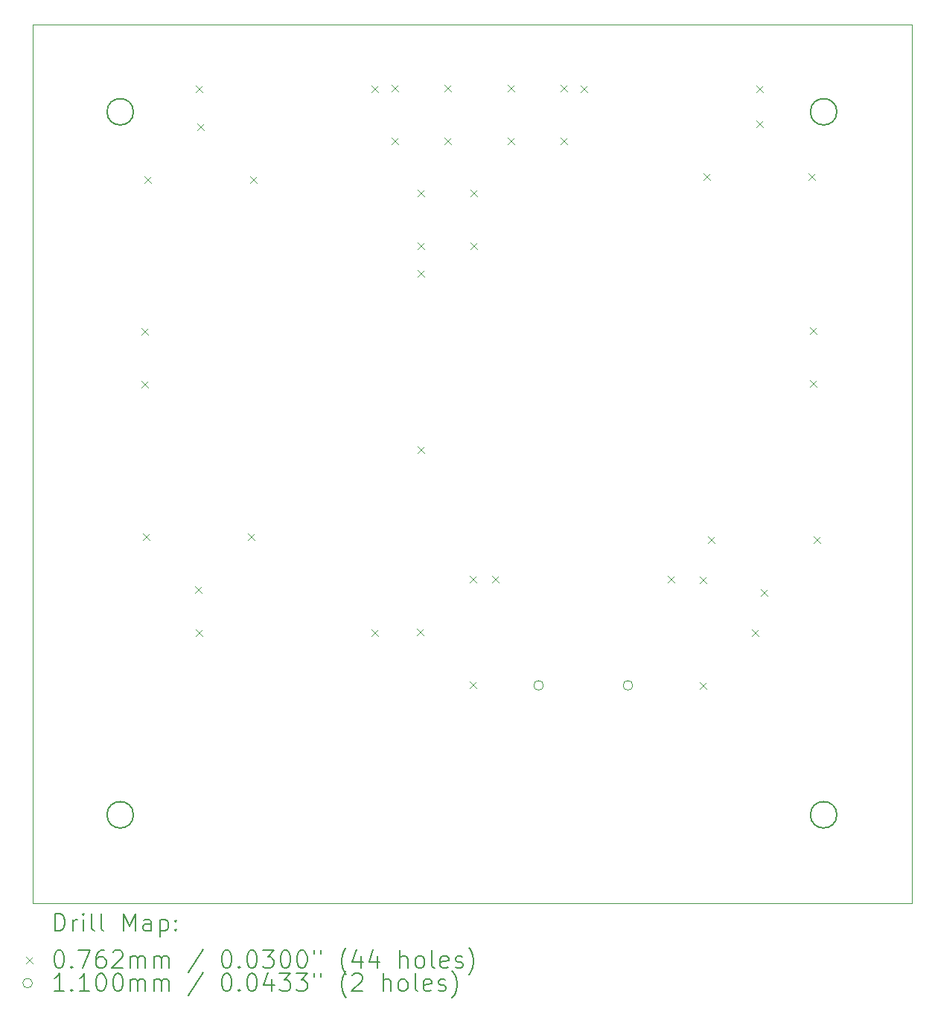
<source format=gbr>
%TF.GenerationSoftware,KiCad,Pcbnew,(6.0.7)*%
%TF.CreationDate,2022-09-05T15:03:53+08:00*%
%TF.ProjectId,6_1k,365f316b-2e6b-4696-9361-645f70636258,rev?*%
%TF.SameCoordinates,Original*%
%TF.FileFunction,Drillmap*%
%TF.FilePolarity,Positive*%
%FSLAX45Y45*%
G04 Gerber Fmt 4.5, Leading zero omitted, Abs format (unit mm)*
G04 Created by KiCad (PCBNEW (6.0.7)) date 2022-09-05 15:03:53*
%MOMM*%
%LPD*%
G01*
G04 APERTURE LIST*
%ADD10C,0.200000*%
%ADD11C,0.100000*%
%ADD12C,0.076200*%
%ADD13C,0.110000*%
G04 APERTURE END LIST*
D10*
X10350000Y-10200000D02*
G75*
G03*
X10350000Y-10200000I-150000J0D01*
G01*
X2350000Y-10200000D02*
G75*
G03*
X2350000Y-10200000I-150000J0D01*
G01*
X10350000Y-2200000D02*
G75*
G03*
X10350000Y-2200000I-150000J0D01*
G01*
X2350000Y-2200000D02*
G75*
G03*
X2350000Y-2200000I-150000J0D01*
G01*
D11*
X1206500Y-1206500D02*
X11206500Y-1206500D01*
X11206500Y-1206500D02*
X11206500Y-11206500D01*
X11206500Y-11206500D02*
X1206500Y-11206500D01*
X1206500Y-11206500D02*
X1206500Y-1206500D01*
D10*
D12*
X2442740Y-4661180D02*
X2518940Y-4737380D01*
X2518940Y-4661180D02*
X2442740Y-4737380D01*
X2442740Y-5261180D02*
X2518940Y-5337380D01*
X2518940Y-5261180D02*
X2442740Y-5337380D01*
X2454880Y-6998260D02*
X2531080Y-7074460D01*
X2531080Y-6998260D02*
X2454880Y-7074460D01*
X2473400Y-2934260D02*
X2549600Y-3010460D01*
X2549600Y-2934260D02*
X2473400Y-3010460D01*
X3054880Y-7598260D02*
X3131080Y-7674460D01*
X3131080Y-7598260D02*
X3054880Y-7674460D01*
X3055640Y-1899920D02*
X3131840Y-1976120D01*
X3131840Y-1899920D02*
X3055640Y-1976120D01*
X3055640Y-8089900D02*
X3131840Y-8166100D01*
X3131840Y-8089900D02*
X3055640Y-8166100D01*
X3073400Y-2334260D02*
X3149600Y-2410460D01*
X3149600Y-2334260D02*
X3073400Y-2410460D01*
X3654880Y-6998260D02*
X3731080Y-7074460D01*
X3731080Y-6998260D02*
X3654880Y-7074460D01*
X3673400Y-2934260D02*
X3749600Y-3010460D01*
X3749600Y-2934260D02*
X3673400Y-3010460D01*
X5055640Y-1899920D02*
X5131840Y-1976120D01*
X5131840Y-1899920D02*
X5055640Y-1976120D01*
X5055640Y-8089900D02*
X5131840Y-8166100D01*
X5131840Y-8089900D02*
X5055640Y-8166100D01*
X5289520Y-1894840D02*
X5365720Y-1971040D01*
X5365720Y-1894840D02*
X5289520Y-1971040D01*
X5289520Y-2494840D02*
X5365720Y-2571040D01*
X5365720Y-2494840D02*
X5289520Y-2571040D01*
X5574560Y-8084820D02*
X5650760Y-8161020D01*
X5650760Y-8084820D02*
X5574560Y-8161020D01*
X5584720Y-3088640D02*
X5660920Y-3164840D01*
X5660920Y-3088640D02*
X5584720Y-3164840D01*
X5584720Y-3688640D02*
X5660920Y-3764840D01*
X5660920Y-3688640D02*
X5584720Y-3764840D01*
X5584720Y-4003800D02*
X5660920Y-4080000D01*
X5660920Y-4003800D02*
X5584720Y-4080000D01*
X5584720Y-6003800D02*
X5660920Y-6080000D01*
X5660920Y-6003800D02*
X5584720Y-6080000D01*
X5889520Y-1894840D02*
X5965720Y-1971040D01*
X5965720Y-1894840D02*
X5889520Y-1971040D01*
X5889520Y-2494840D02*
X5965720Y-2571040D01*
X5965720Y-2494840D02*
X5889520Y-2571040D01*
X6174560Y-7484820D02*
X6250760Y-7561020D01*
X6250760Y-7484820D02*
X6174560Y-7561020D01*
X6174560Y-8684820D02*
X6250760Y-8761020D01*
X6250760Y-8684820D02*
X6174560Y-8761020D01*
X6184720Y-3088640D02*
X6260920Y-3164840D01*
X6260920Y-3088640D02*
X6184720Y-3164840D01*
X6184720Y-3688640D02*
X6260920Y-3764840D01*
X6260920Y-3688640D02*
X6184720Y-3764840D01*
X6428480Y-7480300D02*
X6504680Y-7556500D01*
X6504680Y-7480300D02*
X6428480Y-7556500D01*
X6605520Y-1897100D02*
X6681720Y-1973300D01*
X6681720Y-1897100D02*
X6605520Y-1973300D01*
X6605520Y-2497100D02*
X6681720Y-2573300D01*
X6681720Y-2497100D02*
X6605520Y-2573300D01*
X7205520Y-1897100D02*
X7281720Y-1973300D01*
X7281720Y-1897100D02*
X7205520Y-1973300D01*
X7205520Y-2497100D02*
X7281720Y-2573300D01*
X7281720Y-2497100D02*
X7205520Y-2573300D01*
X7437140Y-1897380D02*
X7513340Y-1973580D01*
X7513340Y-1897380D02*
X7437140Y-1973580D01*
X8428480Y-7480300D02*
X8504680Y-7556500D01*
X8504680Y-7480300D02*
X8428480Y-7556500D01*
X8787380Y-7492720D02*
X8863580Y-7568920D01*
X8863580Y-7492720D02*
X8787380Y-7568920D01*
X8787380Y-8692720D02*
X8863580Y-8768920D01*
X8863580Y-8692720D02*
X8787380Y-8768920D01*
X8830840Y-2903220D02*
X8907040Y-2979420D01*
X8907040Y-2903220D02*
X8830840Y-2979420D01*
X8884180Y-7035240D02*
X8960380Y-7111440D01*
X8960380Y-7035240D02*
X8884180Y-7111440D01*
X9387380Y-8092720D02*
X9463580Y-8168920D01*
X9463580Y-8092720D02*
X9387380Y-8168920D01*
X9430840Y-2303220D02*
X9507040Y-2379420D01*
X9507040Y-2303220D02*
X9430840Y-2379420D01*
X9437140Y-1897380D02*
X9513340Y-1973580D01*
X9513340Y-1897380D02*
X9437140Y-1973580D01*
X9484180Y-7635240D02*
X9560380Y-7711440D01*
X9560380Y-7635240D02*
X9484180Y-7711440D01*
X10030840Y-2903220D02*
X10107040Y-2979420D01*
X10107040Y-2903220D02*
X10030840Y-2979420D01*
X10044960Y-4655540D02*
X10121160Y-4731740D01*
X10121160Y-4655540D02*
X10044960Y-4731740D01*
X10044960Y-5255540D02*
X10121160Y-5331740D01*
X10121160Y-5255540D02*
X10044960Y-5331740D01*
X10084180Y-7035240D02*
X10160380Y-7111440D01*
X10160380Y-7035240D02*
X10084180Y-7111440D01*
D13*
X7013580Y-8727440D02*
G75*
G03*
X7013580Y-8727440I-55000J0D01*
G01*
X8029580Y-8727440D02*
G75*
G03*
X8029580Y-8727440I-55000J0D01*
G01*
D10*
X1459119Y-11521976D02*
X1459119Y-11321976D01*
X1506738Y-11321976D01*
X1535309Y-11331500D01*
X1554357Y-11350548D01*
X1563881Y-11369595D01*
X1573405Y-11407690D01*
X1573405Y-11436262D01*
X1563881Y-11474357D01*
X1554357Y-11493405D01*
X1535309Y-11512452D01*
X1506738Y-11521976D01*
X1459119Y-11521976D01*
X1659119Y-11521976D02*
X1659119Y-11388643D01*
X1659119Y-11426738D02*
X1668643Y-11407690D01*
X1678167Y-11398167D01*
X1697214Y-11388643D01*
X1716262Y-11388643D01*
X1782928Y-11521976D02*
X1782928Y-11388643D01*
X1782928Y-11321976D02*
X1773405Y-11331500D01*
X1782928Y-11341024D01*
X1792452Y-11331500D01*
X1782928Y-11321976D01*
X1782928Y-11341024D01*
X1906738Y-11521976D02*
X1887690Y-11512452D01*
X1878167Y-11493405D01*
X1878167Y-11321976D01*
X2011500Y-11521976D02*
X1992452Y-11512452D01*
X1982928Y-11493405D01*
X1982928Y-11321976D01*
X2240071Y-11521976D02*
X2240071Y-11321976D01*
X2306738Y-11464833D01*
X2373405Y-11321976D01*
X2373405Y-11521976D01*
X2554357Y-11521976D02*
X2554357Y-11417214D01*
X2544833Y-11398167D01*
X2525786Y-11388643D01*
X2487690Y-11388643D01*
X2468643Y-11398167D01*
X2554357Y-11512452D02*
X2535310Y-11521976D01*
X2487690Y-11521976D01*
X2468643Y-11512452D01*
X2459119Y-11493405D01*
X2459119Y-11474357D01*
X2468643Y-11455309D01*
X2487690Y-11445786D01*
X2535310Y-11445786D01*
X2554357Y-11436262D01*
X2649595Y-11388643D02*
X2649595Y-11588643D01*
X2649595Y-11398167D02*
X2668643Y-11388643D01*
X2706738Y-11388643D01*
X2725786Y-11398167D01*
X2735310Y-11407690D01*
X2744833Y-11426738D01*
X2744833Y-11483881D01*
X2735310Y-11502928D01*
X2725786Y-11512452D01*
X2706738Y-11521976D01*
X2668643Y-11521976D01*
X2649595Y-11512452D01*
X2830548Y-11502928D02*
X2840071Y-11512452D01*
X2830548Y-11521976D01*
X2821024Y-11512452D01*
X2830548Y-11502928D01*
X2830548Y-11521976D01*
X2830548Y-11398167D02*
X2840071Y-11407690D01*
X2830548Y-11417214D01*
X2821024Y-11407690D01*
X2830548Y-11398167D01*
X2830548Y-11417214D01*
D12*
X1125300Y-11813400D02*
X1201500Y-11889600D01*
X1201500Y-11813400D02*
X1125300Y-11889600D01*
D10*
X1497214Y-11741976D02*
X1516262Y-11741976D01*
X1535309Y-11751500D01*
X1544833Y-11761024D01*
X1554357Y-11780071D01*
X1563881Y-11818167D01*
X1563881Y-11865786D01*
X1554357Y-11903881D01*
X1544833Y-11922928D01*
X1535309Y-11932452D01*
X1516262Y-11941976D01*
X1497214Y-11941976D01*
X1478167Y-11932452D01*
X1468643Y-11922928D01*
X1459119Y-11903881D01*
X1449595Y-11865786D01*
X1449595Y-11818167D01*
X1459119Y-11780071D01*
X1468643Y-11761024D01*
X1478167Y-11751500D01*
X1497214Y-11741976D01*
X1649595Y-11922928D02*
X1659119Y-11932452D01*
X1649595Y-11941976D01*
X1640071Y-11932452D01*
X1649595Y-11922928D01*
X1649595Y-11941976D01*
X1725786Y-11741976D02*
X1859119Y-11741976D01*
X1773405Y-11941976D01*
X2021024Y-11741976D02*
X1982928Y-11741976D01*
X1963881Y-11751500D01*
X1954357Y-11761024D01*
X1935309Y-11789595D01*
X1925786Y-11827690D01*
X1925786Y-11903881D01*
X1935309Y-11922928D01*
X1944833Y-11932452D01*
X1963881Y-11941976D01*
X2001976Y-11941976D01*
X2021024Y-11932452D01*
X2030548Y-11922928D01*
X2040071Y-11903881D01*
X2040071Y-11856262D01*
X2030548Y-11837214D01*
X2021024Y-11827690D01*
X2001976Y-11818167D01*
X1963881Y-11818167D01*
X1944833Y-11827690D01*
X1935309Y-11837214D01*
X1925786Y-11856262D01*
X2116262Y-11761024D02*
X2125786Y-11751500D01*
X2144833Y-11741976D01*
X2192452Y-11741976D01*
X2211500Y-11751500D01*
X2221024Y-11761024D01*
X2230548Y-11780071D01*
X2230548Y-11799119D01*
X2221024Y-11827690D01*
X2106738Y-11941976D01*
X2230548Y-11941976D01*
X2316262Y-11941976D02*
X2316262Y-11808643D01*
X2316262Y-11827690D02*
X2325786Y-11818167D01*
X2344833Y-11808643D01*
X2373405Y-11808643D01*
X2392452Y-11818167D01*
X2401976Y-11837214D01*
X2401976Y-11941976D01*
X2401976Y-11837214D02*
X2411500Y-11818167D01*
X2430548Y-11808643D01*
X2459119Y-11808643D01*
X2478167Y-11818167D01*
X2487690Y-11837214D01*
X2487690Y-11941976D01*
X2582929Y-11941976D02*
X2582929Y-11808643D01*
X2582929Y-11827690D02*
X2592452Y-11818167D01*
X2611500Y-11808643D01*
X2640071Y-11808643D01*
X2659119Y-11818167D01*
X2668643Y-11837214D01*
X2668643Y-11941976D01*
X2668643Y-11837214D02*
X2678167Y-11818167D01*
X2697214Y-11808643D01*
X2725786Y-11808643D01*
X2744833Y-11818167D01*
X2754357Y-11837214D01*
X2754357Y-11941976D01*
X3144833Y-11732452D02*
X2973405Y-11989595D01*
X3401976Y-11741976D02*
X3421024Y-11741976D01*
X3440071Y-11751500D01*
X3449595Y-11761024D01*
X3459119Y-11780071D01*
X3468643Y-11818167D01*
X3468643Y-11865786D01*
X3459119Y-11903881D01*
X3449595Y-11922928D01*
X3440071Y-11932452D01*
X3421024Y-11941976D01*
X3401976Y-11941976D01*
X3382928Y-11932452D01*
X3373405Y-11922928D01*
X3363881Y-11903881D01*
X3354357Y-11865786D01*
X3354357Y-11818167D01*
X3363881Y-11780071D01*
X3373405Y-11761024D01*
X3382928Y-11751500D01*
X3401976Y-11741976D01*
X3554357Y-11922928D02*
X3563881Y-11932452D01*
X3554357Y-11941976D01*
X3544833Y-11932452D01*
X3554357Y-11922928D01*
X3554357Y-11941976D01*
X3687690Y-11741976D02*
X3706738Y-11741976D01*
X3725786Y-11751500D01*
X3735309Y-11761024D01*
X3744833Y-11780071D01*
X3754357Y-11818167D01*
X3754357Y-11865786D01*
X3744833Y-11903881D01*
X3735309Y-11922928D01*
X3725786Y-11932452D01*
X3706738Y-11941976D01*
X3687690Y-11941976D01*
X3668643Y-11932452D01*
X3659119Y-11922928D01*
X3649595Y-11903881D01*
X3640071Y-11865786D01*
X3640071Y-11818167D01*
X3649595Y-11780071D01*
X3659119Y-11761024D01*
X3668643Y-11751500D01*
X3687690Y-11741976D01*
X3821024Y-11741976D02*
X3944833Y-11741976D01*
X3878167Y-11818167D01*
X3906738Y-11818167D01*
X3925786Y-11827690D01*
X3935309Y-11837214D01*
X3944833Y-11856262D01*
X3944833Y-11903881D01*
X3935309Y-11922928D01*
X3925786Y-11932452D01*
X3906738Y-11941976D01*
X3849595Y-11941976D01*
X3830548Y-11932452D01*
X3821024Y-11922928D01*
X4068643Y-11741976D02*
X4087690Y-11741976D01*
X4106738Y-11751500D01*
X4116262Y-11761024D01*
X4125786Y-11780071D01*
X4135309Y-11818167D01*
X4135309Y-11865786D01*
X4125786Y-11903881D01*
X4116262Y-11922928D01*
X4106738Y-11932452D01*
X4087690Y-11941976D01*
X4068643Y-11941976D01*
X4049595Y-11932452D01*
X4040071Y-11922928D01*
X4030548Y-11903881D01*
X4021024Y-11865786D01*
X4021024Y-11818167D01*
X4030548Y-11780071D01*
X4040071Y-11761024D01*
X4049595Y-11751500D01*
X4068643Y-11741976D01*
X4259119Y-11741976D02*
X4278167Y-11741976D01*
X4297214Y-11751500D01*
X4306738Y-11761024D01*
X4316262Y-11780071D01*
X4325786Y-11818167D01*
X4325786Y-11865786D01*
X4316262Y-11903881D01*
X4306738Y-11922928D01*
X4297214Y-11932452D01*
X4278167Y-11941976D01*
X4259119Y-11941976D01*
X4240071Y-11932452D01*
X4230548Y-11922928D01*
X4221024Y-11903881D01*
X4211500Y-11865786D01*
X4211500Y-11818167D01*
X4221024Y-11780071D01*
X4230548Y-11761024D01*
X4240071Y-11751500D01*
X4259119Y-11741976D01*
X4401976Y-11741976D02*
X4401976Y-11780071D01*
X4478167Y-11741976D02*
X4478167Y-11780071D01*
X4773405Y-12018167D02*
X4763881Y-12008643D01*
X4744833Y-11980071D01*
X4735310Y-11961024D01*
X4725786Y-11932452D01*
X4716262Y-11884833D01*
X4716262Y-11846738D01*
X4725786Y-11799119D01*
X4735310Y-11770548D01*
X4744833Y-11751500D01*
X4763881Y-11722928D01*
X4773405Y-11713405D01*
X4935310Y-11808643D02*
X4935310Y-11941976D01*
X4887690Y-11732452D02*
X4840071Y-11875309D01*
X4963881Y-11875309D01*
X5125786Y-11808643D02*
X5125786Y-11941976D01*
X5078167Y-11732452D02*
X5030548Y-11875309D01*
X5154357Y-11875309D01*
X5382929Y-11941976D02*
X5382929Y-11741976D01*
X5468643Y-11941976D02*
X5468643Y-11837214D01*
X5459119Y-11818167D01*
X5440071Y-11808643D01*
X5411500Y-11808643D01*
X5392452Y-11818167D01*
X5382929Y-11827690D01*
X5592452Y-11941976D02*
X5573405Y-11932452D01*
X5563881Y-11922928D01*
X5554357Y-11903881D01*
X5554357Y-11846738D01*
X5563881Y-11827690D01*
X5573405Y-11818167D01*
X5592452Y-11808643D01*
X5621024Y-11808643D01*
X5640071Y-11818167D01*
X5649595Y-11827690D01*
X5659119Y-11846738D01*
X5659119Y-11903881D01*
X5649595Y-11922928D01*
X5640071Y-11932452D01*
X5621024Y-11941976D01*
X5592452Y-11941976D01*
X5773405Y-11941976D02*
X5754357Y-11932452D01*
X5744833Y-11913405D01*
X5744833Y-11741976D01*
X5925786Y-11932452D02*
X5906738Y-11941976D01*
X5868643Y-11941976D01*
X5849595Y-11932452D01*
X5840071Y-11913405D01*
X5840071Y-11837214D01*
X5849595Y-11818167D01*
X5868643Y-11808643D01*
X5906738Y-11808643D01*
X5925786Y-11818167D01*
X5935309Y-11837214D01*
X5935309Y-11856262D01*
X5840071Y-11875309D01*
X6011500Y-11932452D02*
X6030548Y-11941976D01*
X6068643Y-11941976D01*
X6087690Y-11932452D01*
X6097214Y-11913405D01*
X6097214Y-11903881D01*
X6087690Y-11884833D01*
X6068643Y-11875309D01*
X6040071Y-11875309D01*
X6021024Y-11865786D01*
X6011500Y-11846738D01*
X6011500Y-11837214D01*
X6021024Y-11818167D01*
X6040071Y-11808643D01*
X6068643Y-11808643D01*
X6087690Y-11818167D01*
X6163881Y-12018167D02*
X6173405Y-12008643D01*
X6192452Y-11980071D01*
X6201976Y-11961024D01*
X6211500Y-11932452D01*
X6221024Y-11884833D01*
X6221024Y-11846738D01*
X6211500Y-11799119D01*
X6201976Y-11770548D01*
X6192452Y-11751500D01*
X6173405Y-11722928D01*
X6163881Y-11713405D01*
D13*
X1201500Y-12115500D02*
G75*
G03*
X1201500Y-12115500I-55000J0D01*
G01*
D10*
X1563881Y-12205976D02*
X1449595Y-12205976D01*
X1506738Y-12205976D02*
X1506738Y-12005976D01*
X1487690Y-12034548D01*
X1468643Y-12053595D01*
X1449595Y-12063119D01*
X1649595Y-12186928D02*
X1659119Y-12196452D01*
X1649595Y-12205976D01*
X1640071Y-12196452D01*
X1649595Y-12186928D01*
X1649595Y-12205976D01*
X1849595Y-12205976D02*
X1735309Y-12205976D01*
X1792452Y-12205976D02*
X1792452Y-12005976D01*
X1773405Y-12034548D01*
X1754357Y-12053595D01*
X1735309Y-12063119D01*
X1973405Y-12005976D02*
X1992452Y-12005976D01*
X2011500Y-12015500D01*
X2021024Y-12025024D01*
X2030548Y-12044071D01*
X2040071Y-12082167D01*
X2040071Y-12129786D01*
X2030548Y-12167881D01*
X2021024Y-12186928D01*
X2011500Y-12196452D01*
X1992452Y-12205976D01*
X1973405Y-12205976D01*
X1954357Y-12196452D01*
X1944833Y-12186928D01*
X1935309Y-12167881D01*
X1925786Y-12129786D01*
X1925786Y-12082167D01*
X1935309Y-12044071D01*
X1944833Y-12025024D01*
X1954357Y-12015500D01*
X1973405Y-12005976D01*
X2163881Y-12005976D02*
X2182929Y-12005976D01*
X2201976Y-12015500D01*
X2211500Y-12025024D01*
X2221024Y-12044071D01*
X2230548Y-12082167D01*
X2230548Y-12129786D01*
X2221024Y-12167881D01*
X2211500Y-12186928D01*
X2201976Y-12196452D01*
X2182929Y-12205976D01*
X2163881Y-12205976D01*
X2144833Y-12196452D01*
X2135310Y-12186928D01*
X2125786Y-12167881D01*
X2116262Y-12129786D01*
X2116262Y-12082167D01*
X2125786Y-12044071D01*
X2135310Y-12025024D01*
X2144833Y-12015500D01*
X2163881Y-12005976D01*
X2316262Y-12205976D02*
X2316262Y-12072643D01*
X2316262Y-12091690D02*
X2325786Y-12082167D01*
X2344833Y-12072643D01*
X2373405Y-12072643D01*
X2392452Y-12082167D01*
X2401976Y-12101214D01*
X2401976Y-12205976D01*
X2401976Y-12101214D02*
X2411500Y-12082167D01*
X2430548Y-12072643D01*
X2459119Y-12072643D01*
X2478167Y-12082167D01*
X2487690Y-12101214D01*
X2487690Y-12205976D01*
X2582929Y-12205976D02*
X2582929Y-12072643D01*
X2582929Y-12091690D02*
X2592452Y-12082167D01*
X2611500Y-12072643D01*
X2640071Y-12072643D01*
X2659119Y-12082167D01*
X2668643Y-12101214D01*
X2668643Y-12205976D01*
X2668643Y-12101214D02*
X2678167Y-12082167D01*
X2697214Y-12072643D01*
X2725786Y-12072643D01*
X2744833Y-12082167D01*
X2754357Y-12101214D01*
X2754357Y-12205976D01*
X3144833Y-11996452D02*
X2973405Y-12253595D01*
X3401976Y-12005976D02*
X3421024Y-12005976D01*
X3440071Y-12015500D01*
X3449595Y-12025024D01*
X3459119Y-12044071D01*
X3468643Y-12082167D01*
X3468643Y-12129786D01*
X3459119Y-12167881D01*
X3449595Y-12186928D01*
X3440071Y-12196452D01*
X3421024Y-12205976D01*
X3401976Y-12205976D01*
X3382928Y-12196452D01*
X3373405Y-12186928D01*
X3363881Y-12167881D01*
X3354357Y-12129786D01*
X3354357Y-12082167D01*
X3363881Y-12044071D01*
X3373405Y-12025024D01*
X3382928Y-12015500D01*
X3401976Y-12005976D01*
X3554357Y-12186928D02*
X3563881Y-12196452D01*
X3554357Y-12205976D01*
X3544833Y-12196452D01*
X3554357Y-12186928D01*
X3554357Y-12205976D01*
X3687690Y-12005976D02*
X3706738Y-12005976D01*
X3725786Y-12015500D01*
X3735309Y-12025024D01*
X3744833Y-12044071D01*
X3754357Y-12082167D01*
X3754357Y-12129786D01*
X3744833Y-12167881D01*
X3735309Y-12186928D01*
X3725786Y-12196452D01*
X3706738Y-12205976D01*
X3687690Y-12205976D01*
X3668643Y-12196452D01*
X3659119Y-12186928D01*
X3649595Y-12167881D01*
X3640071Y-12129786D01*
X3640071Y-12082167D01*
X3649595Y-12044071D01*
X3659119Y-12025024D01*
X3668643Y-12015500D01*
X3687690Y-12005976D01*
X3925786Y-12072643D02*
X3925786Y-12205976D01*
X3878167Y-11996452D02*
X3830548Y-12139309D01*
X3954357Y-12139309D01*
X4011500Y-12005976D02*
X4135309Y-12005976D01*
X4068643Y-12082167D01*
X4097214Y-12082167D01*
X4116262Y-12091690D01*
X4125786Y-12101214D01*
X4135309Y-12120262D01*
X4135309Y-12167881D01*
X4125786Y-12186928D01*
X4116262Y-12196452D01*
X4097214Y-12205976D01*
X4040071Y-12205976D01*
X4021024Y-12196452D01*
X4011500Y-12186928D01*
X4201976Y-12005976D02*
X4325786Y-12005976D01*
X4259119Y-12082167D01*
X4287690Y-12082167D01*
X4306738Y-12091690D01*
X4316262Y-12101214D01*
X4325786Y-12120262D01*
X4325786Y-12167881D01*
X4316262Y-12186928D01*
X4306738Y-12196452D01*
X4287690Y-12205976D01*
X4230548Y-12205976D01*
X4211500Y-12196452D01*
X4201976Y-12186928D01*
X4401976Y-12005976D02*
X4401976Y-12044071D01*
X4478167Y-12005976D02*
X4478167Y-12044071D01*
X4773405Y-12282167D02*
X4763881Y-12272643D01*
X4744833Y-12244071D01*
X4735310Y-12225024D01*
X4725786Y-12196452D01*
X4716262Y-12148833D01*
X4716262Y-12110738D01*
X4725786Y-12063119D01*
X4735310Y-12034548D01*
X4744833Y-12015500D01*
X4763881Y-11986928D01*
X4773405Y-11977405D01*
X4840071Y-12025024D02*
X4849595Y-12015500D01*
X4868643Y-12005976D01*
X4916262Y-12005976D01*
X4935310Y-12015500D01*
X4944833Y-12025024D01*
X4954357Y-12044071D01*
X4954357Y-12063119D01*
X4944833Y-12091690D01*
X4830548Y-12205976D01*
X4954357Y-12205976D01*
X5192452Y-12205976D02*
X5192452Y-12005976D01*
X5278167Y-12205976D02*
X5278167Y-12101214D01*
X5268643Y-12082167D01*
X5249595Y-12072643D01*
X5221024Y-12072643D01*
X5201976Y-12082167D01*
X5192452Y-12091690D01*
X5401976Y-12205976D02*
X5382929Y-12196452D01*
X5373405Y-12186928D01*
X5363881Y-12167881D01*
X5363881Y-12110738D01*
X5373405Y-12091690D01*
X5382929Y-12082167D01*
X5401976Y-12072643D01*
X5430548Y-12072643D01*
X5449595Y-12082167D01*
X5459119Y-12091690D01*
X5468643Y-12110738D01*
X5468643Y-12167881D01*
X5459119Y-12186928D01*
X5449595Y-12196452D01*
X5430548Y-12205976D01*
X5401976Y-12205976D01*
X5582929Y-12205976D02*
X5563881Y-12196452D01*
X5554357Y-12177405D01*
X5554357Y-12005976D01*
X5735309Y-12196452D02*
X5716262Y-12205976D01*
X5678167Y-12205976D01*
X5659119Y-12196452D01*
X5649595Y-12177405D01*
X5649595Y-12101214D01*
X5659119Y-12082167D01*
X5678167Y-12072643D01*
X5716262Y-12072643D01*
X5735309Y-12082167D01*
X5744833Y-12101214D01*
X5744833Y-12120262D01*
X5649595Y-12139309D01*
X5821024Y-12196452D02*
X5840071Y-12205976D01*
X5878167Y-12205976D01*
X5897214Y-12196452D01*
X5906738Y-12177405D01*
X5906738Y-12167881D01*
X5897214Y-12148833D01*
X5878167Y-12139309D01*
X5849595Y-12139309D01*
X5830548Y-12129786D01*
X5821024Y-12110738D01*
X5821024Y-12101214D01*
X5830548Y-12082167D01*
X5849595Y-12072643D01*
X5878167Y-12072643D01*
X5897214Y-12082167D01*
X5973405Y-12282167D02*
X5982928Y-12272643D01*
X6001976Y-12244071D01*
X6011500Y-12225024D01*
X6021024Y-12196452D01*
X6030548Y-12148833D01*
X6030548Y-12110738D01*
X6021024Y-12063119D01*
X6011500Y-12034548D01*
X6001976Y-12015500D01*
X5982928Y-11986928D01*
X5973405Y-11977405D01*
M02*

</source>
